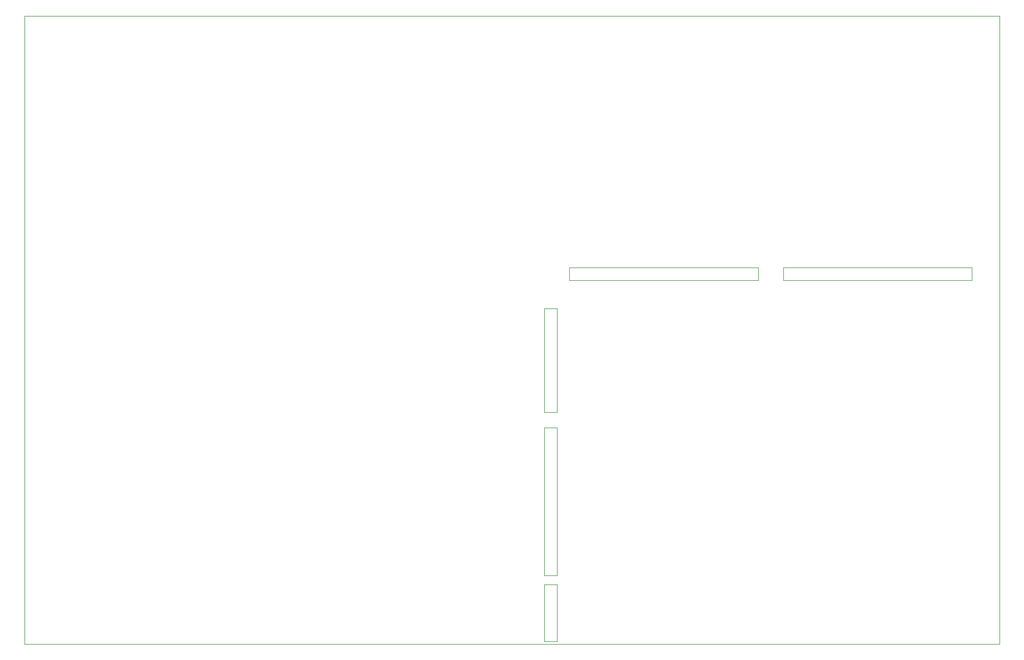
<source format=gm1>
G04 #@! TF.GenerationSoftware,KiCad,Pcbnew,8.0.4*
G04 #@! TF.CreationDate,2024-09-23T19:32:32+09:00*
G04 #@! TF.ProjectId,Solid Rocket Motor Test Station ver 2.0,536f6c69-6420-4526-9f63-6b6574204d6f,2.0*
G04 #@! TF.SameCoordinates,Original*
G04 #@! TF.FileFunction,Profile,NP*
%FSLAX46Y46*%
G04 Gerber Fmt 4.6, Leading zero omitted, Abs format (unit mm)*
G04 Created by KiCad (PCBNEW 8.0.4) date 2024-09-23 19:32:32*
%MOMM*%
%LPD*%
G01*
G04 APERTURE LIST*
G04 #@! TA.AperFunction,Profile*
%ADD10C,0.100000*%
G04 #@! TD*
G04 #@! TA.AperFunction,Profile*
%ADD11C,0.050000*%
G04 #@! TD*
G04 APERTURE END LIST*
D10*
X84447800Y-55456000D02*
X239447800Y-55456000D01*
X239447800Y-155456000D01*
X84447800Y-155456000D01*
X84447800Y-55456000D01*
D11*
X167062600Y-121022800D02*
X169062600Y-121022800D01*
X169062600Y-144522800D01*
X167062600Y-144522800D01*
X167062600Y-121022800D01*
X167062600Y-102022800D02*
X169062600Y-102022800D01*
X169062600Y-118522800D01*
X167062600Y-118522800D01*
X167062600Y-102022800D01*
X167062600Y-146022800D02*
X169062600Y-146022800D01*
X169062600Y-155022800D01*
X167062600Y-155022800D01*
X167062600Y-146022800D01*
X171062600Y-95522800D02*
X201062600Y-95522800D01*
X201062600Y-97522800D01*
X171062600Y-97522800D01*
X171062600Y-95522800D01*
X205062600Y-95522800D02*
X235062600Y-95522800D01*
X235062600Y-97522800D01*
X205062600Y-97522800D01*
X205062600Y-95522800D01*
M02*

</source>
